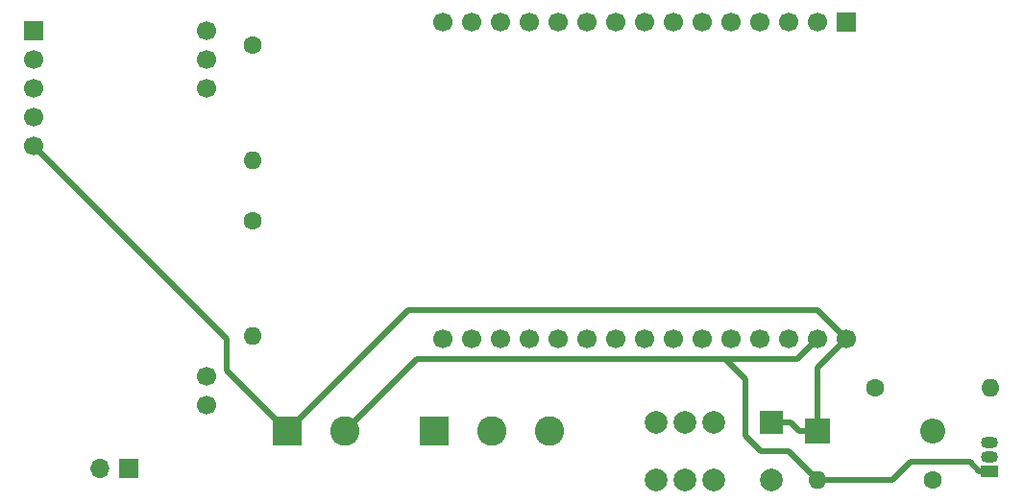
<source format=gbr>
%TF.GenerationSoftware,KiCad,Pcbnew,7.0.11+dfsg-1build4*%
%TF.CreationDate,2025-02-10T19:25:52-07:00*%
%TF.ProjectId,rfid-v2,72666964-2d76-4322-9e6b-696361645f70,rev?*%
%TF.SameCoordinates,Original*%
%TF.FileFunction,Copper,L2,Bot*%
%TF.FilePolarity,Positive*%
%FSLAX46Y46*%
G04 Gerber Fmt 4.6, Leading zero omitted, Abs format (unit mm)*
G04 Created by KiCad (PCBNEW 7.0.11+dfsg-1build4) date 2025-02-10 19:25:52*
%MOMM*%
%LPD*%
G01*
G04 APERTURE LIST*
%TA.AperFunction,ComponentPad*%
%ADD10R,1.700000X1.700000*%
%TD*%
%TA.AperFunction,ComponentPad*%
%ADD11O,1.700000X1.700000*%
%TD*%
%TA.AperFunction,ComponentPad*%
%ADD12C,1.600000*%
%TD*%
%TA.AperFunction,ComponentPad*%
%ADD13O,1.600000X1.600000*%
%TD*%
%TA.AperFunction,ComponentPad*%
%ADD14R,2.600000X2.600000*%
%TD*%
%TA.AperFunction,ComponentPad*%
%ADD15C,2.600000*%
%TD*%
%TA.AperFunction,ComponentPad*%
%ADD16R,2.200000X2.200000*%
%TD*%
%TA.AperFunction,ComponentPad*%
%ADD17O,2.200000X2.200000*%
%TD*%
%TA.AperFunction,ComponentPad*%
%ADD18C,1.700000*%
%TD*%
%TA.AperFunction,ComponentPad*%
%ADD19R,1.500000X1.050000*%
%TD*%
%TA.AperFunction,ComponentPad*%
%ADD20O,1.500000X1.050000*%
%TD*%
%TA.AperFunction,ComponentPad*%
%ADD21R,2.000000X2.000000*%
%TD*%
%TA.AperFunction,ComponentPad*%
%ADD22C,2.000000*%
%TD*%
%TA.AperFunction,Conductor*%
%ADD23C,0.500000*%
%TD*%
G04 APERTURE END LIST*
D10*
%TO.P,J3,1,Pin_1*%
%TO.N,Net-(J3-Pin_1)*%
X110495000Y-91948000D03*
D11*
%TO.P,J3,2,Pin_2*%
%TO.N,Net-(J3-Pin_2)*%
X107955000Y-91948000D03*
%TD*%
D12*
%TO.P,R1,1*%
%TO.N,/RELAY*%
X176276000Y-84836000D03*
D13*
%TO.P,R1,2*%
%TO.N,Net-(Q1-B)*%
X186436000Y-84836000D03*
%TD*%
D14*
%TO.P,J1,1,Pin_1*%
%TO.N,/V5*%
X124460000Y-88646000D03*
D15*
%TO.P,J1,2,Pin_2*%
%TO.N,/GND*%
X129540000Y-88646000D03*
%TD*%
D16*
%TO.P,D1,1,K*%
%TO.N,/V5*%
X171196000Y-88646000D03*
D17*
%TO.P,D1,2,A*%
%TO.N,Net-(D1-A)*%
X181356000Y-88646000D03*
%TD*%
D10*
%TO.P,U1,1,3V3*%
%TO.N,unconnected-(U1-3V3-Pad1)*%
X173736000Y-52578000D03*
D18*
%TO.P,U1,2,GND*%
%TO.N,unconnected-(U1-GND-Pad2)*%
X171196000Y-52578000D03*
%TO.P,U1,3,D15*%
%TO.N,unconnected-(U1-D15-Pad3)*%
X168656000Y-52578000D03*
%TO.P,U1,4,D2*%
%TO.N,unconnected-(U1-D2-Pad4)*%
X166116000Y-52578000D03*
%TO.P,U1,5,D4*%
%TO.N,unconnected-(U1-D4-Pad5)*%
X163576000Y-52578000D03*
%TO.P,U1,6,D16*%
%TO.N,unconnected-(U1-D16-Pad6)*%
X161036000Y-52578000D03*
%TO.P,U1,7,D17*%
%TO.N,unconnected-(U1-D17-Pad7)*%
X158496000Y-52578000D03*
%TO.P,U1,8,D5*%
%TO.N,unconnected-(U1-D5-Pad8)*%
X155956000Y-52578000D03*
%TO.P,U1,9,D18*%
%TO.N,unconnected-(U1-D18-Pad9)*%
X153416000Y-52578000D03*
%TO.P,U1,10,D19*%
%TO.N,unconnected-(U1-D19-Pad10)*%
X150876000Y-52578000D03*
%TO.P,U1,11,D21*%
%TO.N,unconnected-(U1-D21-Pad11)*%
X148336000Y-52578000D03*
%TO.P,U1,12,D3*%
%TO.N,unconnected-(U1-D3-Pad12)*%
X145796000Y-52578000D03*
%TO.P,U1,13,D1*%
%TO.N,unconnected-(U1-D1-Pad13)*%
X143256000Y-52578000D03*
%TO.P,U1,14,D22*%
%TO.N,unconnected-(U1-D22-Pad14)*%
X140716000Y-52578000D03*
%TO.P,U1,15,D23*%
%TO.N,unconnected-(U1-D23-Pad15)*%
X138176000Y-52578000D03*
%TO.P,U1,16,ENABLE*%
%TO.N,unconnected-(U1-ENABLE-Pad16)*%
X138176000Y-80518000D03*
%TO.P,U1,17,D36*%
%TO.N,unconnected-(U1-D36-Pad17)*%
X140716000Y-80518000D03*
%TO.P,U1,18,D39*%
%TO.N,unconnected-(U1-D39-Pad18)*%
X143256000Y-80518000D03*
%TO.P,U1,19,D34*%
%TO.N,unconnected-(U1-D34-Pad19)*%
X145796000Y-80518000D03*
%TO.P,U1,20,D35*%
%TO.N,unconnected-(U1-D35-Pad20)*%
X148336000Y-80518000D03*
%TO.P,U1,21,D32*%
%TO.N,unconnected-(U1-D32-Pad21)*%
X150876000Y-80518000D03*
%TO.P,U1,22,D33*%
%TO.N,unconnected-(U1-D33-Pad22)*%
X153416000Y-80518000D03*
%TO.P,U1,23,D25*%
%TO.N,unconnected-(U1-D25-Pad23)*%
X155956000Y-80518000D03*
%TO.P,U1,24,D26*%
%TO.N,unconnected-(U1-D26-Pad24)*%
X158496000Y-80518000D03*
%TO.P,U1,25,D27*%
%TO.N,unconnected-(U1-D27-Pad25)*%
X161036000Y-80518000D03*
%TO.P,U1,26,D14*%
%TO.N,/RELAY*%
X163576000Y-80518000D03*
%TO.P,U1,27,D12*%
%TO.N,unconnected-(U1-D12-Pad27)*%
X166116000Y-80518000D03*
%TO.P,U1,28,D13*%
%TO.N,/RFID_TX*%
X168656000Y-80518000D03*
%TO.P,U1,29,GND*%
%TO.N,/GND*%
X171196000Y-80518000D03*
%TO.P,U1,30,VIN*%
%TO.N,/V5*%
X173736000Y-80518000D03*
%TD*%
D12*
%TO.P,R4,1*%
%TO.N,/RFID_TX*%
X121412000Y-70104000D03*
D13*
%TO.P,R4,2*%
%TO.N,/GND*%
X121412000Y-80264000D03*
%TD*%
D19*
%TO.P,Q1,1,E*%
%TO.N,/GND*%
X186288000Y-92202000D03*
D20*
%TO.P,Q1,2,B*%
%TO.N,Net-(Q1-B)*%
X186288000Y-90932000D03*
%TO.P,Q1,3,C*%
%TO.N,Net-(D1-A)*%
X186288000Y-89662000D03*
%TD*%
D12*
%TO.P,R2,1*%
%TO.N,Net-(Q1-B)*%
X181356000Y-92964000D03*
D13*
%TO.P,R2,2*%
%TO.N,/GND*%
X171196000Y-92964000D03*
%TD*%
D14*
%TO.P,J2,1,Pin_1*%
%TO.N,/NC*%
X137414000Y-88646000D03*
D15*
%TO.P,J2,2,Pin_2*%
%TO.N,/COM*%
X142494000Y-88646000D03*
%TO.P,J2,3,Pin_3*%
%TO.N,/NO*%
X147574000Y-88646000D03*
%TD*%
D10*
%TO.P,U2,1,TX*%
%TO.N,Net-(U2-TX)*%
X102108000Y-53340000D03*
D18*
%TO.P,U2,2,RX*%
%TO.N,unconnected-(U2-RX-Pad2)*%
X102108000Y-55880000D03*
%TO.P,U2,3,NC*%
%TO.N,unconnected-(U2-NC-Pad3)*%
X102108000Y-58420000D03*
%TO.P,U2,4,GND*%
%TO.N,/GND*%
X102108000Y-60960000D03*
%TO.P,U2,5,5V*%
%TO.N,/V5*%
X102108000Y-63500000D03*
%TO.P,U2,6,LED*%
%TO.N,unconnected-(U2-LED-Pad6)*%
X117348000Y-53340000D03*
%TO.P,U2,7,5V*%
%TO.N,unconnected-(U2-5V-Pad7)*%
X117348000Y-55880000D03*
%TO.P,U2,8,GND*%
%TO.N,unconnected-(U2-GND-Pad8)*%
X117348000Y-58420000D03*
%TO.P,U2,9,ANT1*%
%TO.N,Net-(J3-Pin_2)*%
X117348000Y-83820000D03*
%TO.P,U2,10,ANT2*%
%TO.N,Net-(J3-Pin_1)*%
X117348000Y-86360000D03*
%TD*%
D21*
%TO.P,K1,1*%
%TO.N,/V5*%
X167132000Y-87884000D03*
D22*
%TO.P,K1,3*%
%TO.N,/NC*%
X162052000Y-87884000D03*
%TO.P,K1,4*%
%TO.N,/COM*%
X159512000Y-87884000D03*
%TO.P,K1,5*%
%TO.N,/NO*%
X156972000Y-87884000D03*
%TO.P,K1,8*%
%TO.N,unconnected-(K1-Pad8)*%
X156972000Y-92964000D03*
%TO.P,K1,9*%
%TO.N,unconnected-(K1-Pad9)*%
X159512000Y-92964000D03*
%TO.P,K1,10*%
%TO.N,unconnected-(K1-Pad10)*%
X162052000Y-92964000D03*
%TO.P,K1,12*%
%TO.N,Net-(D1-A)*%
X167132000Y-92964000D03*
%TD*%
D12*
%TO.P,R3,1*%
%TO.N,Net-(U2-TX)*%
X121412000Y-54610000D03*
D13*
%TO.P,R3,2*%
%TO.N,/RFID_TX*%
X121412000Y-64770000D03*
%TD*%
D23*
%TO.N,/V5*%
X124460000Y-88646000D02*
X119126000Y-83312000D01*
X173736000Y-80518000D02*
X171196000Y-83058000D01*
X169545000Y-88646000D02*
X168783000Y-87884000D01*
X171196000Y-77978000D02*
X170942000Y-77978000D01*
X171196000Y-88646000D02*
X169545000Y-88646000D01*
X168783000Y-87884000D02*
X167132000Y-87884000D01*
X119126000Y-80518000D02*
X102108000Y-63500000D01*
X173736000Y-80518000D02*
X171196000Y-77978000D01*
X119126000Y-83312000D02*
X119126000Y-80518000D01*
X170942000Y-77978000D02*
X135128000Y-77978000D01*
X135128000Y-77978000D02*
X124460000Y-88646000D01*
X171196000Y-83058000D02*
X171196000Y-88646000D01*
%TO.N,/GND*%
X169418000Y-82296000D02*
X169164000Y-82296000D01*
X171196000Y-92964000D02*
X168656000Y-90424000D01*
X135890000Y-82296000D02*
X163068000Y-82296000D01*
X185425000Y-92207000D02*
X186288000Y-92207000D01*
X129540000Y-88646000D02*
X135890000Y-82296000D01*
X168656000Y-90424000D02*
X166172000Y-90424000D01*
X171196000Y-92964000D02*
X177800000Y-92964000D01*
X163068000Y-82296000D02*
X169164000Y-82296000D01*
X171196000Y-80518000D02*
X169418000Y-82296000D01*
X166172000Y-90424000D02*
X164846000Y-89098000D01*
X177800000Y-92964000D02*
X179350000Y-91414000D01*
X164846000Y-84074000D02*
X163068000Y-82296000D01*
X179350000Y-91414000D02*
X184632000Y-91414000D01*
X184632000Y-91414000D02*
X185425000Y-92207000D01*
X164846000Y-89098000D02*
X164846000Y-84074000D01*
%TD*%
M02*

</source>
